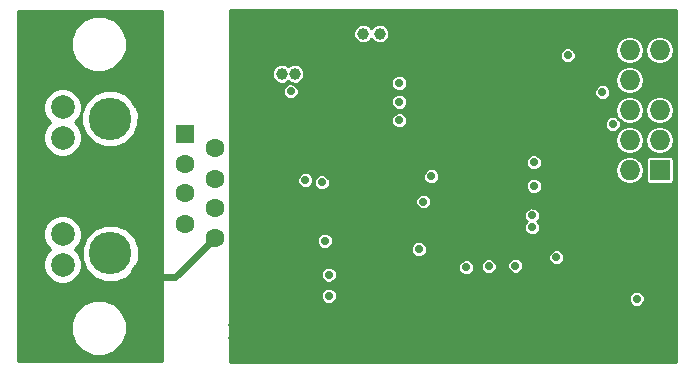
<source format=gbr>
G04 #@! TF.FileFunction,Copper,L2,Inr,Signal*
%FSLAX46Y46*%
G04 Gerber Fmt 4.6, Leading zero omitted, Abs format (unit mm)*
G04 Created by KiCad (PCBNEW (2016-08-24 BZR 7090, Git 532a5fb)-product) date 10/24/16 18:33:32*
%MOMM*%
%LPD*%
G01*
G04 APERTURE LIST*
%ADD10C,0.100000*%
%ADD11C,1.000000*%
%ADD12C,3.599180*%
%ADD13R,1.600000X1.600000*%
%ADD14C,1.600000*%
%ADD15C,2.000000*%
%ADD16C,2.600000*%
%ADD17R,1.727200X1.727200*%
%ADD18O,1.727200X1.727200*%
%ADD19C,0.700000*%
%ADD20C,0.570000*%
%ADD21C,0.254000*%
G04 APERTURE END LIST*
D10*
D11*
X151000000Y-124300000D03*
X144500000Y-124300000D03*
X156100000Y-103000000D03*
X163300000Y-99600000D03*
X161900000Y-99600000D03*
D12*
X140498920Y-118199760D03*
X140450660Y-106800240D03*
D13*
X146800660Y-108100720D03*
D14*
X149350820Y-109299600D03*
X146800660Y-110600080D03*
X149350820Y-111900560D03*
X146800660Y-113099440D03*
X149350820Y-114399920D03*
X146800660Y-115700400D03*
X149350820Y-116899280D03*
D15*
X136450160Y-105850280D03*
X136450160Y-108400440D03*
X136450160Y-116599560D03*
X136450160Y-119149720D03*
D16*
X143450400Y-104849520D03*
X143450400Y-120249540D03*
D17*
X187000000Y-111160000D03*
D18*
X184460000Y-111160000D03*
X187000000Y-108620000D03*
X184460000Y-108620000D03*
X187000000Y-106080000D03*
X184460000Y-106080000D03*
X187000000Y-103540000D03*
X184460000Y-103540000D03*
X187000000Y-101000000D03*
X184460000Y-101000000D03*
D11*
X155000000Y-103000000D03*
X144500000Y-125500000D03*
X151000000Y-125400000D03*
D19*
X185050000Y-122050000D03*
X151000000Y-104200000D03*
X151800000Y-104200000D03*
X164900000Y-102500000D03*
X166600000Y-102400000D03*
X179488567Y-115421483D03*
X187350000Y-115550000D03*
X183000000Y-122040000D03*
X182990000Y-113770000D03*
X177600000Y-101450000D03*
X176000000Y-101450000D03*
X174400000Y-101450000D03*
X172800000Y-101450000D03*
X171200000Y-101450000D03*
X170500000Y-107610000D03*
X179200000Y-108400000D03*
X170160000Y-111500000D03*
X180600000Y-122600000D03*
X166590000Y-119720000D03*
X161400000Y-119200000D03*
X173349980Y-118914321D03*
X171573198Y-119346055D03*
X169690000Y-119360000D03*
X167010924Y-114719759D03*
X163380000Y-111590000D03*
X154910000Y-110990000D03*
X154500000Y-118250000D03*
X178250000Y-118550000D03*
X179200000Y-101450000D03*
X164950000Y-103780000D03*
X164940000Y-105380000D03*
X164940000Y-106950000D03*
X174790000Y-119240000D03*
X172517506Y-119312573D03*
X170610000Y-119390000D03*
X166610000Y-117840000D03*
X166990000Y-113820000D03*
X167665317Y-111664165D03*
X157000000Y-112000000D03*
X155750000Y-104500000D03*
X158661090Y-117138910D03*
X158400000Y-112200000D03*
X159000000Y-121800000D03*
X176200000Y-116000000D03*
X159000000Y-120000000D03*
X176200000Y-115000000D03*
X176350000Y-112500000D03*
X183016970Y-107256970D03*
X176350000Y-110500000D03*
X182150000Y-104550000D03*
D20*
X149350820Y-116899280D02*
X146000560Y-120249540D01*
X146000560Y-120249540D02*
X143450400Y-120249540D01*
D21*
G36*
X144873000Y-127323000D02*
X132677000Y-127323000D01*
X132677000Y-124970740D01*
X137122588Y-124970740D01*
X137483703Y-125844703D01*
X138151780Y-126513947D01*
X139025111Y-126876586D01*
X139970740Y-126877412D01*
X140844703Y-126516297D01*
X141513947Y-125848220D01*
X141876586Y-124974889D01*
X141877412Y-124029260D01*
X141516297Y-123155297D01*
X140848220Y-122486053D01*
X139974889Y-122123414D01*
X139029260Y-122122588D01*
X138155297Y-122483703D01*
X137486053Y-123151780D01*
X137123414Y-124025111D01*
X137122588Y-124970740D01*
X132677000Y-124970740D01*
X132677000Y-116921771D01*
X134822878Y-116921771D01*
X135070052Y-117519978D01*
X135424313Y-117874857D01*
X135071661Y-118226895D01*
X134823443Y-118824670D01*
X134822878Y-119471931D01*
X135070052Y-120070138D01*
X135527335Y-120528219D01*
X136125110Y-120776437D01*
X136772371Y-120777002D01*
X137370578Y-120529828D01*
X137828659Y-120072545D01*
X138076877Y-119474770D01*
X138077442Y-118827509D01*
X138016626Y-118680321D01*
X138071909Y-118680321D01*
X138440557Y-119572517D01*
X139122572Y-120255724D01*
X140014124Y-120625928D01*
X140979481Y-120626771D01*
X141871677Y-120258123D01*
X142554884Y-119576108D01*
X142925088Y-118684556D01*
X142925931Y-117719199D01*
X142557283Y-116827003D01*
X141875268Y-116143796D01*
X140983716Y-115773592D01*
X140018359Y-115772749D01*
X139126163Y-116141397D01*
X138442956Y-116823412D01*
X138072752Y-117714964D01*
X138071909Y-118680321D01*
X138016626Y-118680321D01*
X137830268Y-118229302D01*
X137476007Y-117874423D01*
X137828659Y-117522385D01*
X138076877Y-116924610D01*
X138077442Y-116277349D01*
X137830268Y-115679142D01*
X137372985Y-115221061D01*
X136775210Y-114972843D01*
X136127949Y-114972278D01*
X135529742Y-115219452D01*
X135071661Y-115676735D01*
X134823443Y-116274510D01*
X134822878Y-116921771D01*
X132677000Y-116921771D01*
X132677000Y-106172491D01*
X134822878Y-106172491D01*
X135070052Y-106770698D01*
X135424313Y-107125577D01*
X135071661Y-107477615D01*
X134823443Y-108075390D01*
X134822878Y-108722651D01*
X135070052Y-109320858D01*
X135527335Y-109778939D01*
X136125110Y-110027157D01*
X136772371Y-110027722D01*
X137370578Y-109780548D01*
X137828659Y-109323265D01*
X138076877Y-108725490D01*
X138077442Y-108078229D01*
X137830268Y-107480022D01*
X137631394Y-107280801D01*
X138023649Y-107280801D01*
X138392297Y-108172997D01*
X139074312Y-108856204D01*
X139965864Y-109226408D01*
X140931221Y-109227251D01*
X141823417Y-108858603D01*
X142506624Y-108176588D01*
X142876828Y-107285036D01*
X142877671Y-106319679D01*
X142509023Y-105427483D01*
X141827008Y-104744276D01*
X140935456Y-104374072D01*
X139970099Y-104373229D01*
X139077903Y-104741877D01*
X138394696Y-105423892D01*
X138024492Y-106315444D01*
X138023649Y-107280801D01*
X137631394Y-107280801D01*
X137476007Y-107125143D01*
X137828659Y-106773105D01*
X138076877Y-106175330D01*
X138077442Y-105528069D01*
X137830268Y-104929862D01*
X137372985Y-104471781D01*
X136775210Y-104223563D01*
X136127949Y-104222998D01*
X135529742Y-104470172D01*
X135071661Y-104927455D01*
X134823443Y-105525230D01*
X134822878Y-106172491D01*
X132677000Y-106172491D01*
X132677000Y-100970740D01*
X137122588Y-100970740D01*
X137483703Y-101844703D01*
X138151780Y-102513947D01*
X139025111Y-102876586D01*
X139970740Y-102877412D01*
X140844703Y-102516297D01*
X141513947Y-101848220D01*
X141876586Y-100974889D01*
X141877412Y-100029260D01*
X141516297Y-99155297D01*
X140848220Y-98486053D01*
X139974889Y-98123414D01*
X139029260Y-98122588D01*
X138155297Y-98483703D01*
X137486053Y-99151780D01*
X137123414Y-100025111D01*
X137122588Y-100970740D01*
X132677000Y-100970740D01*
X132677000Y-97677000D01*
X144873000Y-97677000D01*
X144873000Y-127323000D01*
X144873000Y-127323000D01*
G37*
X144873000Y-127323000D02*
X132677000Y-127323000D01*
X132677000Y-124970740D01*
X137122588Y-124970740D01*
X137483703Y-125844703D01*
X138151780Y-126513947D01*
X139025111Y-126876586D01*
X139970740Y-126877412D01*
X140844703Y-126516297D01*
X141513947Y-125848220D01*
X141876586Y-124974889D01*
X141877412Y-124029260D01*
X141516297Y-123155297D01*
X140848220Y-122486053D01*
X139974889Y-122123414D01*
X139029260Y-122122588D01*
X138155297Y-122483703D01*
X137486053Y-123151780D01*
X137123414Y-124025111D01*
X137122588Y-124970740D01*
X132677000Y-124970740D01*
X132677000Y-116921771D01*
X134822878Y-116921771D01*
X135070052Y-117519978D01*
X135424313Y-117874857D01*
X135071661Y-118226895D01*
X134823443Y-118824670D01*
X134822878Y-119471931D01*
X135070052Y-120070138D01*
X135527335Y-120528219D01*
X136125110Y-120776437D01*
X136772371Y-120777002D01*
X137370578Y-120529828D01*
X137828659Y-120072545D01*
X138076877Y-119474770D01*
X138077442Y-118827509D01*
X138016626Y-118680321D01*
X138071909Y-118680321D01*
X138440557Y-119572517D01*
X139122572Y-120255724D01*
X140014124Y-120625928D01*
X140979481Y-120626771D01*
X141871677Y-120258123D01*
X142554884Y-119576108D01*
X142925088Y-118684556D01*
X142925931Y-117719199D01*
X142557283Y-116827003D01*
X141875268Y-116143796D01*
X140983716Y-115773592D01*
X140018359Y-115772749D01*
X139126163Y-116141397D01*
X138442956Y-116823412D01*
X138072752Y-117714964D01*
X138071909Y-118680321D01*
X138016626Y-118680321D01*
X137830268Y-118229302D01*
X137476007Y-117874423D01*
X137828659Y-117522385D01*
X138076877Y-116924610D01*
X138077442Y-116277349D01*
X137830268Y-115679142D01*
X137372985Y-115221061D01*
X136775210Y-114972843D01*
X136127949Y-114972278D01*
X135529742Y-115219452D01*
X135071661Y-115676735D01*
X134823443Y-116274510D01*
X134822878Y-116921771D01*
X132677000Y-116921771D01*
X132677000Y-106172491D01*
X134822878Y-106172491D01*
X135070052Y-106770698D01*
X135424313Y-107125577D01*
X135071661Y-107477615D01*
X134823443Y-108075390D01*
X134822878Y-108722651D01*
X135070052Y-109320858D01*
X135527335Y-109778939D01*
X136125110Y-110027157D01*
X136772371Y-110027722D01*
X137370578Y-109780548D01*
X137828659Y-109323265D01*
X138076877Y-108725490D01*
X138077442Y-108078229D01*
X137830268Y-107480022D01*
X137631394Y-107280801D01*
X138023649Y-107280801D01*
X138392297Y-108172997D01*
X139074312Y-108856204D01*
X139965864Y-109226408D01*
X140931221Y-109227251D01*
X141823417Y-108858603D01*
X142506624Y-108176588D01*
X142876828Y-107285036D01*
X142877671Y-106319679D01*
X142509023Y-105427483D01*
X141827008Y-104744276D01*
X140935456Y-104374072D01*
X139970099Y-104373229D01*
X139077903Y-104741877D01*
X138394696Y-105423892D01*
X138024492Y-106315444D01*
X138023649Y-107280801D01*
X137631394Y-107280801D01*
X137476007Y-107125143D01*
X137828659Y-106773105D01*
X138076877Y-106175330D01*
X138077442Y-105528069D01*
X137830268Y-104929862D01*
X137372985Y-104471781D01*
X136775210Y-104223563D01*
X136127949Y-104222998D01*
X135529742Y-104470172D01*
X135071661Y-104927455D01*
X134823443Y-105525230D01*
X134822878Y-106172491D01*
X132677000Y-106172491D01*
X132677000Y-100970740D01*
X137122588Y-100970740D01*
X137483703Y-101844703D01*
X138151780Y-102513947D01*
X139025111Y-102876586D01*
X139970740Y-102877412D01*
X140844703Y-102516297D01*
X141513947Y-101848220D01*
X141876586Y-100974889D01*
X141877412Y-100029260D01*
X141516297Y-99155297D01*
X140848220Y-98486053D01*
X139974889Y-98123414D01*
X139029260Y-98122588D01*
X138155297Y-98483703D01*
X137486053Y-99151780D01*
X137123414Y-100025111D01*
X137122588Y-100970740D01*
X132677000Y-100970740D01*
X132677000Y-97677000D01*
X144873000Y-97677000D01*
X144873000Y-127323000D01*
G36*
X188373000Y-127373000D02*
X150627000Y-127373000D01*
X150627000Y-121934073D01*
X158322883Y-121934073D01*
X158425733Y-122182989D01*
X158616010Y-122373598D01*
X158864746Y-122476882D01*
X159134073Y-122477117D01*
X159382989Y-122374267D01*
X159573514Y-122184073D01*
X184372883Y-122184073D01*
X184475733Y-122432989D01*
X184666010Y-122623598D01*
X184914746Y-122726882D01*
X185184073Y-122727117D01*
X185432989Y-122624267D01*
X185623598Y-122433990D01*
X185726882Y-122185254D01*
X185727117Y-121915927D01*
X185624267Y-121667011D01*
X185433990Y-121476402D01*
X185185254Y-121373118D01*
X184915927Y-121372883D01*
X184667011Y-121475733D01*
X184476402Y-121666010D01*
X184373118Y-121914746D01*
X184372883Y-122184073D01*
X159573514Y-122184073D01*
X159573598Y-122183990D01*
X159676882Y-121935254D01*
X159677117Y-121665927D01*
X159574267Y-121417011D01*
X159383990Y-121226402D01*
X159135254Y-121123118D01*
X158865927Y-121122883D01*
X158617011Y-121225733D01*
X158426402Y-121416010D01*
X158323118Y-121664746D01*
X158322883Y-121934073D01*
X150627000Y-121934073D01*
X150627000Y-120134073D01*
X158322883Y-120134073D01*
X158425733Y-120382989D01*
X158616010Y-120573598D01*
X158864746Y-120676882D01*
X159134073Y-120677117D01*
X159382989Y-120574267D01*
X159573598Y-120383990D01*
X159676882Y-120135254D01*
X159677117Y-119865927D01*
X159574267Y-119617011D01*
X159481491Y-119524073D01*
X169932883Y-119524073D01*
X170035733Y-119772989D01*
X170226010Y-119963598D01*
X170474746Y-120066882D01*
X170744073Y-120067117D01*
X170992989Y-119964267D01*
X171183598Y-119773990D01*
X171286882Y-119525254D01*
X171286950Y-119446646D01*
X171840389Y-119446646D01*
X171943239Y-119695562D01*
X172133516Y-119886171D01*
X172382252Y-119989455D01*
X172651579Y-119989690D01*
X172900495Y-119886840D01*
X173091104Y-119696563D01*
X173194388Y-119447827D01*
X173194452Y-119374073D01*
X174112883Y-119374073D01*
X174215733Y-119622989D01*
X174406010Y-119813598D01*
X174654746Y-119916882D01*
X174924073Y-119917117D01*
X175172989Y-119814267D01*
X175363598Y-119623990D01*
X175466882Y-119375254D01*
X175467117Y-119105927D01*
X175364267Y-118857011D01*
X175191631Y-118684073D01*
X177572883Y-118684073D01*
X177675733Y-118932989D01*
X177866010Y-119123598D01*
X178114746Y-119226882D01*
X178384073Y-119227117D01*
X178632989Y-119124267D01*
X178823598Y-118933990D01*
X178926882Y-118685254D01*
X178927117Y-118415927D01*
X178824267Y-118167011D01*
X178633990Y-117976402D01*
X178385254Y-117873118D01*
X178115927Y-117872883D01*
X177867011Y-117975733D01*
X177676402Y-118166010D01*
X177573118Y-118414746D01*
X177572883Y-118684073D01*
X175191631Y-118684073D01*
X175173990Y-118666402D01*
X174925254Y-118563118D01*
X174655927Y-118562883D01*
X174407011Y-118665733D01*
X174216402Y-118856010D01*
X174113118Y-119104746D01*
X174112883Y-119374073D01*
X173194452Y-119374073D01*
X173194623Y-119178500D01*
X173091773Y-118929584D01*
X172901496Y-118738975D01*
X172652760Y-118635691D01*
X172383433Y-118635456D01*
X172134517Y-118738306D01*
X171943908Y-118928583D01*
X171840624Y-119177319D01*
X171840389Y-119446646D01*
X171286950Y-119446646D01*
X171287117Y-119255927D01*
X171184267Y-119007011D01*
X170993990Y-118816402D01*
X170745254Y-118713118D01*
X170475927Y-118712883D01*
X170227011Y-118815733D01*
X170036402Y-119006010D01*
X169933118Y-119254746D01*
X169932883Y-119524073D01*
X159481491Y-119524073D01*
X159383990Y-119426402D01*
X159135254Y-119323118D01*
X158865927Y-119322883D01*
X158617011Y-119425733D01*
X158426402Y-119616010D01*
X158323118Y-119864746D01*
X158322883Y-120134073D01*
X150627000Y-120134073D01*
X150627000Y-117974073D01*
X165932883Y-117974073D01*
X166035733Y-118222989D01*
X166226010Y-118413598D01*
X166474746Y-118516882D01*
X166744073Y-118517117D01*
X166992989Y-118414267D01*
X167183598Y-118223990D01*
X167286882Y-117975254D01*
X167287117Y-117705927D01*
X167184267Y-117457011D01*
X166993990Y-117266402D01*
X166745254Y-117163118D01*
X166475927Y-117162883D01*
X166227011Y-117265733D01*
X166036402Y-117456010D01*
X165933118Y-117704746D01*
X165932883Y-117974073D01*
X150627000Y-117974073D01*
X150627000Y-117272983D01*
X157983973Y-117272983D01*
X158086823Y-117521899D01*
X158277100Y-117712508D01*
X158525836Y-117815792D01*
X158795163Y-117816027D01*
X159044079Y-117713177D01*
X159234688Y-117522900D01*
X159337972Y-117274164D01*
X159338207Y-117004837D01*
X159235357Y-116755921D01*
X159045080Y-116565312D01*
X158796344Y-116462028D01*
X158527017Y-116461793D01*
X158278101Y-116564643D01*
X158087492Y-116754920D01*
X157984208Y-117003656D01*
X157983973Y-117272983D01*
X150627000Y-117272983D01*
X150627000Y-115134073D01*
X175522883Y-115134073D01*
X175625733Y-115382989D01*
X175742577Y-115500037D01*
X175626402Y-115616010D01*
X175523118Y-115864746D01*
X175522883Y-116134073D01*
X175625733Y-116382989D01*
X175816010Y-116573598D01*
X176064746Y-116676882D01*
X176334073Y-116677117D01*
X176582989Y-116574267D01*
X176773598Y-116383990D01*
X176876882Y-116135254D01*
X176877117Y-115865927D01*
X176774267Y-115617011D01*
X176657423Y-115499963D01*
X176773598Y-115383990D01*
X176876882Y-115135254D01*
X176877117Y-114865927D01*
X176774267Y-114617011D01*
X176583990Y-114426402D01*
X176335254Y-114323118D01*
X176065927Y-114322883D01*
X175817011Y-114425733D01*
X175626402Y-114616010D01*
X175523118Y-114864746D01*
X175522883Y-115134073D01*
X150627000Y-115134073D01*
X150627000Y-113954073D01*
X166312883Y-113954073D01*
X166415733Y-114202989D01*
X166606010Y-114393598D01*
X166854746Y-114496882D01*
X167124073Y-114497117D01*
X167372989Y-114394267D01*
X167563598Y-114203990D01*
X167666882Y-113955254D01*
X167667117Y-113685927D01*
X167564267Y-113437011D01*
X167373990Y-113246402D01*
X167125254Y-113143118D01*
X166855927Y-113142883D01*
X166607011Y-113245733D01*
X166416402Y-113436010D01*
X166313118Y-113684746D01*
X166312883Y-113954073D01*
X150627000Y-113954073D01*
X150627000Y-112134073D01*
X156322883Y-112134073D01*
X156425733Y-112382989D01*
X156616010Y-112573598D01*
X156864746Y-112676882D01*
X157134073Y-112677117D01*
X157382989Y-112574267D01*
X157573598Y-112383990D01*
X157594325Y-112334073D01*
X157722883Y-112334073D01*
X157825733Y-112582989D01*
X158016010Y-112773598D01*
X158264746Y-112876882D01*
X158534073Y-112877117D01*
X158782989Y-112774267D01*
X158923427Y-112634073D01*
X175672883Y-112634073D01*
X175775733Y-112882989D01*
X175966010Y-113073598D01*
X176214746Y-113176882D01*
X176484073Y-113177117D01*
X176732989Y-113074267D01*
X176923598Y-112883990D01*
X177026882Y-112635254D01*
X177027117Y-112365927D01*
X176924267Y-112117011D01*
X176733990Y-111926402D01*
X176485254Y-111823118D01*
X176215927Y-111822883D01*
X175967011Y-111925733D01*
X175776402Y-112116010D01*
X175673118Y-112364746D01*
X175672883Y-112634073D01*
X158923427Y-112634073D01*
X158973598Y-112583990D01*
X159076882Y-112335254D01*
X159077117Y-112065927D01*
X158974267Y-111817011D01*
X158955527Y-111798238D01*
X166988200Y-111798238D01*
X167091050Y-112047154D01*
X167281327Y-112237763D01*
X167530063Y-112341047D01*
X167799390Y-112341282D01*
X168048306Y-112238432D01*
X168238915Y-112048155D01*
X168342199Y-111799419D01*
X168342434Y-111530092D01*
X168239584Y-111281176D01*
X168049307Y-111090567D01*
X167800571Y-110987283D01*
X167531244Y-110987048D01*
X167282328Y-111089898D01*
X167091719Y-111280175D01*
X166988435Y-111528911D01*
X166988200Y-111798238D01*
X158955527Y-111798238D01*
X158783990Y-111626402D01*
X158535254Y-111523118D01*
X158265927Y-111522883D01*
X158017011Y-111625733D01*
X157826402Y-111816010D01*
X157723118Y-112064746D01*
X157722883Y-112334073D01*
X157594325Y-112334073D01*
X157676882Y-112135254D01*
X157677117Y-111865927D01*
X157574267Y-111617011D01*
X157383990Y-111426402D01*
X157135254Y-111323118D01*
X156865927Y-111322883D01*
X156617011Y-111425733D01*
X156426402Y-111616010D01*
X156323118Y-111864746D01*
X156322883Y-112134073D01*
X150627000Y-112134073D01*
X150627000Y-110634073D01*
X175672883Y-110634073D01*
X175775733Y-110882989D01*
X175966010Y-111073598D01*
X176214746Y-111176882D01*
X176484073Y-111177117D01*
X176525499Y-111160000D01*
X183246075Y-111160000D01*
X183336704Y-111615623D01*
X183594794Y-112001881D01*
X183981052Y-112259971D01*
X184436675Y-112350600D01*
X184483325Y-112350600D01*
X184938948Y-112259971D01*
X185325206Y-112001881D01*
X185583296Y-111615623D01*
X185673925Y-111160000D01*
X185583296Y-110704377D01*
X185325206Y-110318119D01*
X185292702Y-110296400D01*
X185802994Y-110296400D01*
X185802994Y-112023600D01*
X185828373Y-112151189D01*
X185900646Y-112259354D01*
X186008811Y-112331627D01*
X186136400Y-112357006D01*
X187863600Y-112357006D01*
X187991189Y-112331627D01*
X188099354Y-112259354D01*
X188171627Y-112151189D01*
X188197006Y-112023600D01*
X188197006Y-110296400D01*
X188171627Y-110168811D01*
X188099354Y-110060646D01*
X187991189Y-109988373D01*
X187863600Y-109962994D01*
X186136400Y-109962994D01*
X186008811Y-109988373D01*
X185900646Y-110060646D01*
X185828373Y-110168811D01*
X185802994Y-110296400D01*
X185292702Y-110296400D01*
X184938948Y-110060029D01*
X184483325Y-109969400D01*
X184436675Y-109969400D01*
X183981052Y-110060029D01*
X183594794Y-110318119D01*
X183336704Y-110704377D01*
X183246075Y-111160000D01*
X176525499Y-111160000D01*
X176732989Y-111074267D01*
X176923598Y-110883990D01*
X177026882Y-110635254D01*
X177027117Y-110365927D01*
X176924267Y-110117011D01*
X176733990Y-109926402D01*
X176485254Y-109823118D01*
X176215927Y-109822883D01*
X175967011Y-109925733D01*
X175776402Y-110116010D01*
X175673118Y-110364746D01*
X175672883Y-110634073D01*
X150627000Y-110634073D01*
X150627000Y-108620000D01*
X183246075Y-108620000D01*
X183336704Y-109075623D01*
X183594794Y-109461881D01*
X183981052Y-109719971D01*
X184436675Y-109810600D01*
X184483325Y-109810600D01*
X184938948Y-109719971D01*
X185325206Y-109461881D01*
X185583296Y-109075623D01*
X185673925Y-108620000D01*
X185786075Y-108620000D01*
X185876704Y-109075623D01*
X186134794Y-109461881D01*
X186521052Y-109719971D01*
X186976675Y-109810600D01*
X187023325Y-109810600D01*
X187478948Y-109719971D01*
X187865206Y-109461881D01*
X188123296Y-109075623D01*
X188213925Y-108620000D01*
X188123296Y-108164377D01*
X187865206Y-107778119D01*
X187478948Y-107520029D01*
X187023325Y-107429400D01*
X186976675Y-107429400D01*
X186521052Y-107520029D01*
X186134794Y-107778119D01*
X185876704Y-108164377D01*
X185786075Y-108620000D01*
X185673925Y-108620000D01*
X185583296Y-108164377D01*
X185325206Y-107778119D01*
X184938948Y-107520029D01*
X184483325Y-107429400D01*
X184436675Y-107429400D01*
X183981052Y-107520029D01*
X183594794Y-107778119D01*
X183336704Y-108164377D01*
X183246075Y-108620000D01*
X150627000Y-108620000D01*
X150627000Y-107084073D01*
X164262883Y-107084073D01*
X164365733Y-107332989D01*
X164556010Y-107523598D01*
X164804746Y-107626882D01*
X165074073Y-107627117D01*
X165322989Y-107524267D01*
X165456445Y-107391043D01*
X182339853Y-107391043D01*
X182442703Y-107639959D01*
X182632980Y-107830568D01*
X182881716Y-107933852D01*
X183151043Y-107934087D01*
X183399959Y-107831237D01*
X183590568Y-107640960D01*
X183693852Y-107392224D01*
X183694087Y-107122897D01*
X183617221Y-106936866D01*
X183981052Y-107179971D01*
X184436675Y-107270600D01*
X184483325Y-107270600D01*
X184938948Y-107179971D01*
X185325206Y-106921881D01*
X185583296Y-106535623D01*
X185673925Y-106080000D01*
X185786075Y-106080000D01*
X185876704Y-106535623D01*
X186134794Y-106921881D01*
X186521052Y-107179971D01*
X186976675Y-107270600D01*
X187023325Y-107270600D01*
X187478948Y-107179971D01*
X187865206Y-106921881D01*
X188123296Y-106535623D01*
X188213925Y-106080000D01*
X188123296Y-105624377D01*
X187865206Y-105238119D01*
X187478948Y-104980029D01*
X187023325Y-104889400D01*
X186976675Y-104889400D01*
X186521052Y-104980029D01*
X186134794Y-105238119D01*
X185876704Y-105624377D01*
X185786075Y-106080000D01*
X185673925Y-106080000D01*
X185583296Y-105624377D01*
X185325206Y-105238119D01*
X184938948Y-104980029D01*
X184483325Y-104889400D01*
X184436675Y-104889400D01*
X183981052Y-104980029D01*
X183594794Y-105238119D01*
X183336704Y-105624377D01*
X183246075Y-106080000D01*
X183336704Y-106535623D01*
X183505199Y-106787793D01*
X183400960Y-106683372D01*
X183152224Y-106580088D01*
X182882897Y-106579853D01*
X182633981Y-106682703D01*
X182443372Y-106872980D01*
X182340088Y-107121716D01*
X182339853Y-107391043D01*
X165456445Y-107391043D01*
X165513598Y-107333990D01*
X165616882Y-107085254D01*
X165617117Y-106815927D01*
X165514267Y-106567011D01*
X165323990Y-106376402D01*
X165075254Y-106273118D01*
X164805927Y-106272883D01*
X164557011Y-106375733D01*
X164366402Y-106566010D01*
X164263118Y-106814746D01*
X164262883Y-107084073D01*
X150627000Y-107084073D01*
X150627000Y-105514073D01*
X164262883Y-105514073D01*
X164365733Y-105762989D01*
X164556010Y-105953598D01*
X164804746Y-106056882D01*
X165074073Y-106057117D01*
X165322989Y-105954267D01*
X165513598Y-105763990D01*
X165616882Y-105515254D01*
X165617117Y-105245927D01*
X165514267Y-104997011D01*
X165323990Y-104806402D01*
X165075254Y-104703118D01*
X164805927Y-104702883D01*
X164557011Y-104805733D01*
X164366402Y-104996010D01*
X164263118Y-105244746D01*
X164262883Y-105514073D01*
X150627000Y-105514073D01*
X150627000Y-104634073D01*
X155072883Y-104634073D01*
X155175733Y-104882989D01*
X155366010Y-105073598D01*
X155614746Y-105176882D01*
X155884073Y-105177117D01*
X156132989Y-105074267D01*
X156323598Y-104883990D01*
X156406610Y-104684073D01*
X181472883Y-104684073D01*
X181575733Y-104932989D01*
X181766010Y-105123598D01*
X182014746Y-105226882D01*
X182284073Y-105227117D01*
X182532989Y-105124267D01*
X182723598Y-104933990D01*
X182826882Y-104685254D01*
X182827117Y-104415927D01*
X182724267Y-104167011D01*
X182533990Y-103976402D01*
X182285254Y-103873118D01*
X182015927Y-103872883D01*
X181767011Y-103975733D01*
X181576402Y-104166010D01*
X181473118Y-104414746D01*
X181472883Y-104684073D01*
X156406610Y-104684073D01*
X156426882Y-104635254D01*
X156427117Y-104365927D01*
X156324267Y-104117011D01*
X156133990Y-103926402D01*
X156104299Y-103914073D01*
X164272883Y-103914073D01*
X164375733Y-104162989D01*
X164566010Y-104353598D01*
X164814746Y-104456882D01*
X165084073Y-104457117D01*
X165332989Y-104354267D01*
X165523598Y-104163990D01*
X165626882Y-103915254D01*
X165627117Y-103645927D01*
X165583349Y-103540000D01*
X183246075Y-103540000D01*
X183336704Y-103995623D01*
X183594794Y-104381881D01*
X183981052Y-104639971D01*
X184436675Y-104730600D01*
X184483325Y-104730600D01*
X184938948Y-104639971D01*
X185325206Y-104381881D01*
X185583296Y-103995623D01*
X185673925Y-103540000D01*
X185583296Y-103084377D01*
X185325206Y-102698119D01*
X184938948Y-102440029D01*
X184483325Y-102349400D01*
X184436675Y-102349400D01*
X183981052Y-102440029D01*
X183594794Y-102698119D01*
X183336704Y-103084377D01*
X183246075Y-103540000D01*
X165583349Y-103540000D01*
X165524267Y-103397011D01*
X165333990Y-103206402D01*
X165085254Y-103103118D01*
X164815927Y-103102883D01*
X164567011Y-103205733D01*
X164376402Y-103396010D01*
X164273118Y-103644746D01*
X164272883Y-103914073D01*
X156104299Y-103914073D01*
X155885254Y-103823118D01*
X155615927Y-103822883D01*
X155367011Y-103925733D01*
X155176402Y-104116010D01*
X155073118Y-104364746D01*
X155072883Y-104634073D01*
X150627000Y-104634073D01*
X150627000Y-103163779D01*
X154172857Y-103163779D01*
X154298495Y-103467846D01*
X154530930Y-103700688D01*
X154834778Y-103826856D01*
X155163779Y-103827143D01*
X155467846Y-103701505D01*
X155549939Y-103619555D01*
X155630930Y-103700688D01*
X155934778Y-103826856D01*
X156263779Y-103827143D01*
X156567846Y-103701505D01*
X156800688Y-103469070D01*
X156926856Y-103165222D01*
X156927143Y-102836221D01*
X156801505Y-102532154D01*
X156569070Y-102299312D01*
X156265222Y-102173144D01*
X155936221Y-102172857D01*
X155632154Y-102298495D01*
X155550061Y-102380445D01*
X155469070Y-102299312D01*
X155165222Y-102173144D01*
X154836221Y-102172857D01*
X154532154Y-102298495D01*
X154299312Y-102530930D01*
X154173144Y-102834778D01*
X154172857Y-103163779D01*
X150627000Y-103163779D01*
X150627000Y-101584073D01*
X178522883Y-101584073D01*
X178625733Y-101832989D01*
X178816010Y-102023598D01*
X179064746Y-102126882D01*
X179334073Y-102127117D01*
X179582989Y-102024267D01*
X179773598Y-101833990D01*
X179876882Y-101585254D01*
X179877117Y-101315927D01*
X179774267Y-101067011D01*
X179707373Y-101000000D01*
X183246075Y-101000000D01*
X183336704Y-101455623D01*
X183594794Y-101841881D01*
X183981052Y-102099971D01*
X184436675Y-102190600D01*
X184483325Y-102190600D01*
X184938948Y-102099971D01*
X185325206Y-101841881D01*
X185583296Y-101455623D01*
X185673925Y-101000000D01*
X185786075Y-101000000D01*
X185876704Y-101455623D01*
X186134794Y-101841881D01*
X186521052Y-102099971D01*
X186976675Y-102190600D01*
X187023325Y-102190600D01*
X187478948Y-102099971D01*
X187865206Y-101841881D01*
X188123296Y-101455623D01*
X188213925Y-101000000D01*
X188123296Y-100544377D01*
X187865206Y-100158119D01*
X187478948Y-99900029D01*
X187023325Y-99809400D01*
X186976675Y-99809400D01*
X186521052Y-99900029D01*
X186134794Y-100158119D01*
X185876704Y-100544377D01*
X185786075Y-101000000D01*
X185673925Y-101000000D01*
X185583296Y-100544377D01*
X185325206Y-100158119D01*
X184938948Y-99900029D01*
X184483325Y-99809400D01*
X184436675Y-99809400D01*
X183981052Y-99900029D01*
X183594794Y-100158119D01*
X183336704Y-100544377D01*
X183246075Y-101000000D01*
X179707373Y-101000000D01*
X179583990Y-100876402D01*
X179335254Y-100773118D01*
X179065927Y-100772883D01*
X178817011Y-100875733D01*
X178626402Y-101066010D01*
X178523118Y-101314746D01*
X178522883Y-101584073D01*
X150627000Y-101584073D01*
X150627000Y-99763779D01*
X161072857Y-99763779D01*
X161198495Y-100067846D01*
X161430930Y-100300688D01*
X161734778Y-100426856D01*
X162063779Y-100427143D01*
X162367846Y-100301505D01*
X162600202Y-100069556D01*
X162830930Y-100300688D01*
X163134778Y-100426856D01*
X163463779Y-100427143D01*
X163767846Y-100301505D01*
X164000688Y-100069070D01*
X164126856Y-99765222D01*
X164127143Y-99436221D01*
X164001505Y-99132154D01*
X163769070Y-98899312D01*
X163465222Y-98773144D01*
X163136221Y-98772857D01*
X162832154Y-98898495D01*
X162599798Y-99130444D01*
X162369070Y-98899312D01*
X162065222Y-98773144D01*
X161736221Y-98772857D01*
X161432154Y-98898495D01*
X161199312Y-99130930D01*
X161073144Y-99434778D01*
X161072857Y-99763779D01*
X150627000Y-99763779D01*
X150627000Y-97627000D01*
X188373000Y-97627000D01*
X188373000Y-127373000D01*
X188373000Y-127373000D01*
G37*
X188373000Y-127373000D02*
X150627000Y-127373000D01*
X150627000Y-121934073D01*
X158322883Y-121934073D01*
X158425733Y-122182989D01*
X158616010Y-122373598D01*
X158864746Y-122476882D01*
X159134073Y-122477117D01*
X159382989Y-122374267D01*
X159573514Y-122184073D01*
X184372883Y-122184073D01*
X184475733Y-122432989D01*
X184666010Y-122623598D01*
X184914746Y-122726882D01*
X185184073Y-122727117D01*
X185432989Y-122624267D01*
X185623598Y-122433990D01*
X185726882Y-122185254D01*
X185727117Y-121915927D01*
X185624267Y-121667011D01*
X185433990Y-121476402D01*
X185185254Y-121373118D01*
X184915927Y-121372883D01*
X184667011Y-121475733D01*
X184476402Y-121666010D01*
X184373118Y-121914746D01*
X184372883Y-122184073D01*
X159573514Y-122184073D01*
X159573598Y-122183990D01*
X159676882Y-121935254D01*
X159677117Y-121665927D01*
X159574267Y-121417011D01*
X159383990Y-121226402D01*
X159135254Y-121123118D01*
X158865927Y-121122883D01*
X158617011Y-121225733D01*
X158426402Y-121416010D01*
X158323118Y-121664746D01*
X158322883Y-121934073D01*
X150627000Y-121934073D01*
X150627000Y-120134073D01*
X158322883Y-120134073D01*
X158425733Y-120382989D01*
X158616010Y-120573598D01*
X158864746Y-120676882D01*
X159134073Y-120677117D01*
X159382989Y-120574267D01*
X159573598Y-120383990D01*
X159676882Y-120135254D01*
X159677117Y-119865927D01*
X159574267Y-119617011D01*
X159481491Y-119524073D01*
X169932883Y-119524073D01*
X170035733Y-119772989D01*
X170226010Y-119963598D01*
X170474746Y-120066882D01*
X170744073Y-120067117D01*
X170992989Y-119964267D01*
X171183598Y-119773990D01*
X171286882Y-119525254D01*
X171286950Y-119446646D01*
X171840389Y-119446646D01*
X171943239Y-119695562D01*
X172133516Y-119886171D01*
X172382252Y-119989455D01*
X172651579Y-119989690D01*
X172900495Y-119886840D01*
X173091104Y-119696563D01*
X173194388Y-119447827D01*
X173194452Y-119374073D01*
X174112883Y-119374073D01*
X174215733Y-119622989D01*
X174406010Y-119813598D01*
X174654746Y-119916882D01*
X174924073Y-119917117D01*
X175172989Y-119814267D01*
X175363598Y-119623990D01*
X175466882Y-119375254D01*
X175467117Y-119105927D01*
X175364267Y-118857011D01*
X175191631Y-118684073D01*
X177572883Y-118684073D01*
X177675733Y-118932989D01*
X177866010Y-119123598D01*
X178114746Y-119226882D01*
X178384073Y-119227117D01*
X178632989Y-119124267D01*
X178823598Y-118933990D01*
X178926882Y-118685254D01*
X178927117Y-118415927D01*
X178824267Y-118167011D01*
X178633990Y-117976402D01*
X178385254Y-117873118D01*
X178115927Y-117872883D01*
X177867011Y-117975733D01*
X177676402Y-118166010D01*
X177573118Y-118414746D01*
X177572883Y-118684073D01*
X175191631Y-118684073D01*
X175173990Y-118666402D01*
X174925254Y-118563118D01*
X174655927Y-118562883D01*
X174407011Y-118665733D01*
X174216402Y-118856010D01*
X174113118Y-119104746D01*
X174112883Y-119374073D01*
X173194452Y-119374073D01*
X173194623Y-119178500D01*
X173091773Y-118929584D01*
X172901496Y-118738975D01*
X172652760Y-118635691D01*
X172383433Y-118635456D01*
X172134517Y-118738306D01*
X171943908Y-118928583D01*
X171840624Y-119177319D01*
X171840389Y-119446646D01*
X171286950Y-119446646D01*
X171287117Y-119255927D01*
X171184267Y-119007011D01*
X170993990Y-118816402D01*
X170745254Y-118713118D01*
X170475927Y-118712883D01*
X170227011Y-118815733D01*
X170036402Y-119006010D01*
X169933118Y-119254746D01*
X169932883Y-119524073D01*
X159481491Y-119524073D01*
X159383990Y-119426402D01*
X159135254Y-119323118D01*
X158865927Y-119322883D01*
X158617011Y-119425733D01*
X158426402Y-119616010D01*
X158323118Y-119864746D01*
X158322883Y-120134073D01*
X150627000Y-120134073D01*
X150627000Y-117974073D01*
X165932883Y-117974073D01*
X166035733Y-118222989D01*
X166226010Y-118413598D01*
X166474746Y-118516882D01*
X166744073Y-118517117D01*
X166992989Y-118414267D01*
X167183598Y-118223990D01*
X167286882Y-117975254D01*
X167287117Y-117705927D01*
X167184267Y-117457011D01*
X166993990Y-117266402D01*
X166745254Y-117163118D01*
X166475927Y-117162883D01*
X166227011Y-117265733D01*
X166036402Y-117456010D01*
X165933118Y-117704746D01*
X165932883Y-117974073D01*
X150627000Y-117974073D01*
X150627000Y-117272983D01*
X157983973Y-117272983D01*
X158086823Y-117521899D01*
X158277100Y-117712508D01*
X158525836Y-117815792D01*
X158795163Y-117816027D01*
X159044079Y-117713177D01*
X159234688Y-117522900D01*
X159337972Y-117274164D01*
X159338207Y-117004837D01*
X159235357Y-116755921D01*
X159045080Y-116565312D01*
X158796344Y-116462028D01*
X158527017Y-116461793D01*
X158278101Y-116564643D01*
X158087492Y-116754920D01*
X157984208Y-117003656D01*
X157983973Y-117272983D01*
X150627000Y-117272983D01*
X150627000Y-115134073D01*
X175522883Y-115134073D01*
X175625733Y-115382989D01*
X175742577Y-115500037D01*
X175626402Y-115616010D01*
X175523118Y-115864746D01*
X175522883Y-116134073D01*
X175625733Y-116382989D01*
X175816010Y-116573598D01*
X176064746Y-116676882D01*
X176334073Y-116677117D01*
X176582989Y-116574267D01*
X176773598Y-116383990D01*
X176876882Y-116135254D01*
X176877117Y-115865927D01*
X176774267Y-115617011D01*
X176657423Y-115499963D01*
X176773598Y-115383990D01*
X176876882Y-115135254D01*
X176877117Y-114865927D01*
X176774267Y-114617011D01*
X176583990Y-114426402D01*
X176335254Y-114323118D01*
X176065927Y-114322883D01*
X175817011Y-114425733D01*
X175626402Y-114616010D01*
X175523118Y-114864746D01*
X175522883Y-115134073D01*
X150627000Y-115134073D01*
X150627000Y-113954073D01*
X166312883Y-113954073D01*
X166415733Y-114202989D01*
X166606010Y-114393598D01*
X166854746Y-114496882D01*
X167124073Y-114497117D01*
X167372989Y-114394267D01*
X167563598Y-114203990D01*
X167666882Y-113955254D01*
X167667117Y-113685927D01*
X167564267Y-113437011D01*
X167373990Y-113246402D01*
X167125254Y-113143118D01*
X166855927Y-113142883D01*
X166607011Y-113245733D01*
X166416402Y-113436010D01*
X166313118Y-113684746D01*
X166312883Y-113954073D01*
X150627000Y-113954073D01*
X150627000Y-112134073D01*
X156322883Y-112134073D01*
X156425733Y-112382989D01*
X156616010Y-112573598D01*
X156864746Y-112676882D01*
X157134073Y-112677117D01*
X157382989Y-112574267D01*
X157573598Y-112383990D01*
X157594325Y-112334073D01*
X157722883Y-112334073D01*
X157825733Y-112582989D01*
X158016010Y-112773598D01*
X158264746Y-112876882D01*
X158534073Y-112877117D01*
X158782989Y-112774267D01*
X158923427Y-112634073D01*
X175672883Y-112634073D01*
X175775733Y-112882989D01*
X175966010Y-113073598D01*
X176214746Y-113176882D01*
X176484073Y-113177117D01*
X176732989Y-113074267D01*
X176923598Y-112883990D01*
X177026882Y-112635254D01*
X177027117Y-112365927D01*
X176924267Y-112117011D01*
X176733990Y-111926402D01*
X176485254Y-111823118D01*
X176215927Y-111822883D01*
X175967011Y-111925733D01*
X175776402Y-112116010D01*
X175673118Y-112364746D01*
X175672883Y-112634073D01*
X158923427Y-112634073D01*
X158973598Y-112583990D01*
X159076882Y-112335254D01*
X159077117Y-112065927D01*
X158974267Y-111817011D01*
X158955527Y-111798238D01*
X166988200Y-111798238D01*
X167091050Y-112047154D01*
X167281327Y-112237763D01*
X167530063Y-112341047D01*
X167799390Y-112341282D01*
X168048306Y-112238432D01*
X168238915Y-112048155D01*
X168342199Y-111799419D01*
X168342434Y-111530092D01*
X168239584Y-111281176D01*
X168049307Y-111090567D01*
X167800571Y-110987283D01*
X167531244Y-110987048D01*
X167282328Y-111089898D01*
X167091719Y-111280175D01*
X166988435Y-111528911D01*
X166988200Y-111798238D01*
X158955527Y-111798238D01*
X158783990Y-111626402D01*
X158535254Y-111523118D01*
X158265927Y-111522883D01*
X158017011Y-111625733D01*
X157826402Y-111816010D01*
X157723118Y-112064746D01*
X157722883Y-112334073D01*
X157594325Y-112334073D01*
X157676882Y-112135254D01*
X157677117Y-111865927D01*
X157574267Y-111617011D01*
X157383990Y-111426402D01*
X157135254Y-111323118D01*
X156865927Y-111322883D01*
X156617011Y-111425733D01*
X156426402Y-111616010D01*
X156323118Y-111864746D01*
X156322883Y-112134073D01*
X150627000Y-112134073D01*
X150627000Y-110634073D01*
X175672883Y-110634073D01*
X175775733Y-110882989D01*
X175966010Y-111073598D01*
X176214746Y-111176882D01*
X176484073Y-111177117D01*
X176525499Y-111160000D01*
X183246075Y-111160000D01*
X183336704Y-111615623D01*
X183594794Y-112001881D01*
X183981052Y-112259971D01*
X184436675Y-112350600D01*
X184483325Y-112350600D01*
X184938948Y-112259971D01*
X185325206Y-112001881D01*
X185583296Y-111615623D01*
X185673925Y-111160000D01*
X185583296Y-110704377D01*
X185325206Y-110318119D01*
X185292702Y-110296400D01*
X185802994Y-110296400D01*
X185802994Y-112023600D01*
X185828373Y-112151189D01*
X185900646Y-112259354D01*
X186008811Y-112331627D01*
X186136400Y-112357006D01*
X187863600Y-112357006D01*
X187991189Y-112331627D01*
X188099354Y-112259354D01*
X188171627Y-112151189D01*
X188197006Y-112023600D01*
X188197006Y-110296400D01*
X188171627Y-110168811D01*
X188099354Y-110060646D01*
X187991189Y-109988373D01*
X187863600Y-109962994D01*
X186136400Y-109962994D01*
X186008811Y-109988373D01*
X185900646Y-110060646D01*
X185828373Y-110168811D01*
X185802994Y-110296400D01*
X185292702Y-110296400D01*
X184938948Y-110060029D01*
X184483325Y-109969400D01*
X184436675Y-109969400D01*
X183981052Y-110060029D01*
X183594794Y-110318119D01*
X183336704Y-110704377D01*
X183246075Y-111160000D01*
X176525499Y-111160000D01*
X176732989Y-111074267D01*
X176923598Y-110883990D01*
X177026882Y-110635254D01*
X177027117Y-110365927D01*
X176924267Y-110117011D01*
X176733990Y-109926402D01*
X176485254Y-109823118D01*
X176215927Y-109822883D01*
X175967011Y-109925733D01*
X175776402Y-110116010D01*
X175673118Y-110364746D01*
X175672883Y-110634073D01*
X150627000Y-110634073D01*
X150627000Y-108620000D01*
X183246075Y-108620000D01*
X183336704Y-109075623D01*
X183594794Y-109461881D01*
X183981052Y-109719971D01*
X184436675Y-109810600D01*
X184483325Y-109810600D01*
X184938948Y-109719971D01*
X185325206Y-109461881D01*
X185583296Y-109075623D01*
X185673925Y-108620000D01*
X185786075Y-108620000D01*
X185876704Y-109075623D01*
X186134794Y-109461881D01*
X186521052Y-109719971D01*
X186976675Y-109810600D01*
X187023325Y-109810600D01*
X187478948Y-109719971D01*
X187865206Y-109461881D01*
X188123296Y-109075623D01*
X188213925Y-108620000D01*
X188123296Y-108164377D01*
X187865206Y-107778119D01*
X187478948Y-107520029D01*
X187023325Y-107429400D01*
X186976675Y-107429400D01*
X186521052Y-107520029D01*
X186134794Y-107778119D01*
X185876704Y-108164377D01*
X185786075Y-108620000D01*
X185673925Y-108620000D01*
X185583296Y-108164377D01*
X185325206Y-107778119D01*
X184938948Y-107520029D01*
X184483325Y-107429400D01*
X184436675Y-107429400D01*
X183981052Y-107520029D01*
X183594794Y-107778119D01*
X183336704Y-108164377D01*
X183246075Y-108620000D01*
X150627000Y-108620000D01*
X150627000Y-107084073D01*
X164262883Y-107084073D01*
X164365733Y-107332989D01*
X164556010Y-107523598D01*
X164804746Y-107626882D01*
X165074073Y-107627117D01*
X165322989Y-107524267D01*
X165456445Y-107391043D01*
X182339853Y-107391043D01*
X182442703Y-107639959D01*
X182632980Y-107830568D01*
X182881716Y-107933852D01*
X183151043Y-107934087D01*
X183399959Y-107831237D01*
X183590568Y-107640960D01*
X183693852Y-107392224D01*
X183694087Y-107122897D01*
X183617221Y-106936866D01*
X183981052Y-107179971D01*
X184436675Y-107270600D01*
X184483325Y-107270600D01*
X184938948Y-107179971D01*
X185325206Y-106921881D01*
X185583296Y-106535623D01*
X185673925Y-106080000D01*
X185786075Y-106080000D01*
X185876704Y-106535623D01*
X186134794Y-106921881D01*
X186521052Y-107179971D01*
X186976675Y-107270600D01*
X187023325Y-107270600D01*
X187478948Y-107179971D01*
X187865206Y-106921881D01*
X188123296Y-106535623D01*
X188213925Y-106080000D01*
X188123296Y-105624377D01*
X187865206Y-105238119D01*
X187478948Y-104980029D01*
X187023325Y-104889400D01*
X186976675Y-104889400D01*
X186521052Y-104980029D01*
X186134794Y-105238119D01*
X185876704Y-105624377D01*
X185786075Y-106080000D01*
X185673925Y-106080000D01*
X185583296Y-105624377D01*
X185325206Y-105238119D01*
X184938948Y-104980029D01*
X184483325Y-104889400D01*
X184436675Y-104889400D01*
X183981052Y-104980029D01*
X183594794Y-105238119D01*
X183336704Y-105624377D01*
X183246075Y-106080000D01*
X183336704Y-106535623D01*
X183505199Y-106787793D01*
X183400960Y-106683372D01*
X183152224Y-106580088D01*
X182882897Y-106579853D01*
X182633981Y-106682703D01*
X182443372Y-106872980D01*
X182340088Y-107121716D01*
X182339853Y-107391043D01*
X165456445Y-107391043D01*
X165513598Y-107333990D01*
X165616882Y-107085254D01*
X165617117Y-106815927D01*
X165514267Y-106567011D01*
X165323990Y-106376402D01*
X165075254Y-106273118D01*
X164805927Y-106272883D01*
X164557011Y-106375733D01*
X164366402Y-106566010D01*
X164263118Y-106814746D01*
X164262883Y-107084073D01*
X150627000Y-107084073D01*
X150627000Y-105514073D01*
X164262883Y-105514073D01*
X164365733Y-105762989D01*
X164556010Y-105953598D01*
X164804746Y-106056882D01*
X165074073Y-106057117D01*
X165322989Y-105954267D01*
X165513598Y-105763990D01*
X165616882Y-105515254D01*
X165617117Y-105245927D01*
X165514267Y-104997011D01*
X165323990Y-104806402D01*
X165075254Y-104703118D01*
X164805927Y-104702883D01*
X164557011Y-104805733D01*
X164366402Y-104996010D01*
X164263118Y-105244746D01*
X164262883Y-105514073D01*
X150627000Y-105514073D01*
X150627000Y-104634073D01*
X155072883Y-104634073D01*
X155175733Y-104882989D01*
X155366010Y-105073598D01*
X155614746Y-105176882D01*
X155884073Y-105177117D01*
X156132989Y-105074267D01*
X156323598Y-104883990D01*
X156406610Y-104684073D01*
X181472883Y-104684073D01*
X181575733Y-104932989D01*
X181766010Y-105123598D01*
X182014746Y-105226882D01*
X182284073Y-105227117D01*
X182532989Y-105124267D01*
X182723598Y-104933990D01*
X182826882Y-104685254D01*
X182827117Y-104415927D01*
X182724267Y-104167011D01*
X182533990Y-103976402D01*
X182285254Y-103873118D01*
X182015927Y-103872883D01*
X181767011Y-103975733D01*
X181576402Y-104166010D01*
X181473118Y-104414746D01*
X181472883Y-104684073D01*
X156406610Y-104684073D01*
X156426882Y-104635254D01*
X156427117Y-104365927D01*
X156324267Y-104117011D01*
X156133990Y-103926402D01*
X156104299Y-103914073D01*
X164272883Y-103914073D01*
X164375733Y-104162989D01*
X164566010Y-104353598D01*
X164814746Y-104456882D01*
X165084073Y-104457117D01*
X165332989Y-104354267D01*
X165523598Y-104163990D01*
X165626882Y-103915254D01*
X165627117Y-103645927D01*
X165583349Y-103540000D01*
X183246075Y-103540000D01*
X183336704Y-103995623D01*
X183594794Y-104381881D01*
X183981052Y-104639971D01*
X184436675Y-104730600D01*
X184483325Y-104730600D01*
X184938948Y-104639971D01*
X185325206Y-104381881D01*
X185583296Y-103995623D01*
X185673925Y-103540000D01*
X185583296Y-103084377D01*
X185325206Y-102698119D01*
X184938948Y-102440029D01*
X184483325Y-102349400D01*
X184436675Y-102349400D01*
X183981052Y-102440029D01*
X183594794Y-102698119D01*
X183336704Y-103084377D01*
X183246075Y-103540000D01*
X165583349Y-103540000D01*
X165524267Y-103397011D01*
X165333990Y-103206402D01*
X165085254Y-103103118D01*
X164815927Y-103102883D01*
X164567011Y-103205733D01*
X164376402Y-103396010D01*
X164273118Y-103644746D01*
X164272883Y-103914073D01*
X156104299Y-103914073D01*
X155885254Y-103823118D01*
X155615927Y-103822883D01*
X155367011Y-103925733D01*
X155176402Y-104116010D01*
X155073118Y-104364746D01*
X155072883Y-104634073D01*
X150627000Y-104634073D01*
X150627000Y-103163779D01*
X154172857Y-103163779D01*
X154298495Y-103467846D01*
X154530930Y-103700688D01*
X154834778Y-103826856D01*
X155163779Y-103827143D01*
X155467846Y-103701505D01*
X155549939Y-103619555D01*
X155630930Y-103700688D01*
X155934778Y-103826856D01*
X156263779Y-103827143D01*
X156567846Y-103701505D01*
X156800688Y-103469070D01*
X156926856Y-103165222D01*
X156927143Y-102836221D01*
X156801505Y-102532154D01*
X156569070Y-102299312D01*
X156265222Y-102173144D01*
X155936221Y-102172857D01*
X155632154Y-102298495D01*
X155550061Y-102380445D01*
X155469070Y-102299312D01*
X155165222Y-102173144D01*
X154836221Y-102172857D01*
X154532154Y-102298495D01*
X154299312Y-102530930D01*
X154173144Y-102834778D01*
X154172857Y-103163779D01*
X150627000Y-103163779D01*
X150627000Y-101584073D01*
X178522883Y-101584073D01*
X178625733Y-101832989D01*
X178816010Y-102023598D01*
X179064746Y-102126882D01*
X179334073Y-102127117D01*
X179582989Y-102024267D01*
X179773598Y-101833990D01*
X179876882Y-101585254D01*
X179877117Y-101315927D01*
X179774267Y-101067011D01*
X179707373Y-101000000D01*
X183246075Y-101000000D01*
X183336704Y-101455623D01*
X183594794Y-101841881D01*
X183981052Y-102099971D01*
X184436675Y-102190600D01*
X184483325Y-102190600D01*
X184938948Y-102099971D01*
X185325206Y-101841881D01*
X185583296Y-101455623D01*
X185673925Y-101000000D01*
X185786075Y-101000000D01*
X185876704Y-101455623D01*
X186134794Y-101841881D01*
X186521052Y-102099971D01*
X186976675Y-102190600D01*
X187023325Y-102190600D01*
X187478948Y-102099971D01*
X187865206Y-101841881D01*
X188123296Y-101455623D01*
X188213925Y-101000000D01*
X188123296Y-100544377D01*
X187865206Y-100158119D01*
X187478948Y-99900029D01*
X187023325Y-99809400D01*
X186976675Y-99809400D01*
X186521052Y-99900029D01*
X186134794Y-100158119D01*
X185876704Y-100544377D01*
X185786075Y-101000000D01*
X185673925Y-101000000D01*
X185583296Y-100544377D01*
X185325206Y-100158119D01*
X184938948Y-99900029D01*
X184483325Y-99809400D01*
X184436675Y-99809400D01*
X183981052Y-99900029D01*
X183594794Y-100158119D01*
X183336704Y-100544377D01*
X183246075Y-101000000D01*
X179707373Y-101000000D01*
X179583990Y-100876402D01*
X179335254Y-100773118D01*
X179065927Y-100772883D01*
X178817011Y-100875733D01*
X178626402Y-101066010D01*
X178523118Y-101314746D01*
X178522883Y-101584073D01*
X150627000Y-101584073D01*
X150627000Y-99763779D01*
X161072857Y-99763779D01*
X161198495Y-100067846D01*
X161430930Y-100300688D01*
X161734778Y-100426856D01*
X162063779Y-100427143D01*
X162367846Y-100301505D01*
X162600202Y-100069556D01*
X162830930Y-100300688D01*
X163134778Y-100426856D01*
X163463779Y-100427143D01*
X163767846Y-100301505D01*
X164000688Y-100069070D01*
X164126856Y-99765222D01*
X164127143Y-99436221D01*
X164001505Y-99132154D01*
X163769070Y-98899312D01*
X163465222Y-98773144D01*
X163136221Y-98772857D01*
X162832154Y-98898495D01*
X162599798Y-99130444D01*
X162369070Y-98899312D01*
X162065222Y-98773144D01*
X161736221Y-98772857D01*
X161432154Y-98898495D01*
X161199312Y-99130930D01*
X161073144Y-99434778D01*
X161072857Y-99763779D01*
X150627000Y-99763779D01*
X150627000Y-97627000D01*
X188373000Y-97627000D01*
X188373000Y-127373000D01*
M02*

</source>
